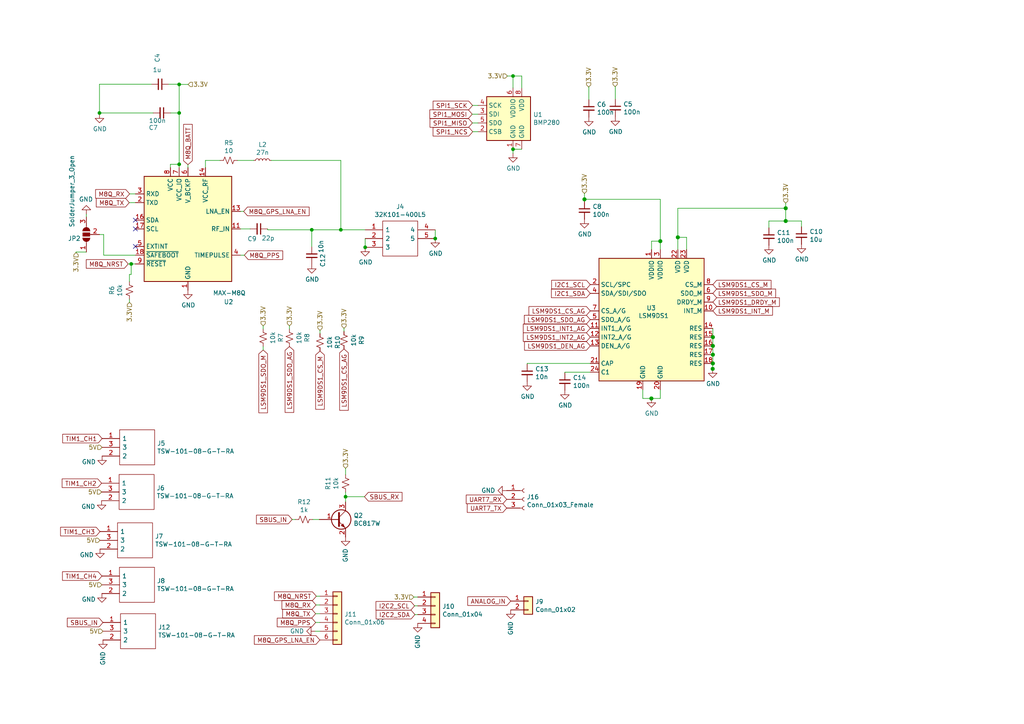
<source format=kicad_sch>
(kicad_sch (version 20210126) (generator eeschema)
  (paper "A4")
  (lib_symbols
    (symbol "Connector:Conn_01x03_Female" (pin_names (offset 1.016) hide)
      (property "Reference" "J" (at 0 5.08 0))
      (property "Value" "Conn_01x03_Female" (at 0 -5.08 0))
      (symbol "Conn_01x03_Female_1_1"
        (arc (start 0 -2.032) (end 0 -3.048) (radius (at 0 -2.54) (length 0.508) (angles 90.1 -90.1)) (stroke (width 0.1524)))
        (arc (start 0 0.508) (end 0 -0.508) (radius (at 0 0) (length 0.508) (angles 90.1 -90.1)) (stroke (width 0.1524)))
        (arc (start 0 3.048) (end 0 2.032) (radius (at 0 2.54) (length 0.508) (angles 90.1 -90.1)) (stroke (width 0.1524)))
        (polyline (pts (xy -1.27 -2.54) (xy -0.508 -2.54)) (stroke (width 0.1524)))
        (polyline (pts (xy -1.27 0) (xy -0.508 0)) (stroke (width 0.1524)))
        (polyline (pts (xy -1.27 2.54) (xy -0.508 2.54)) (stroke (width 0.1524)))
        (pin passive line (at -5.08 2.54 0) (length 3.81) (name "Pin_1") (number "1"))
        (pin passive line (at -5.08 0 0) (length 3.81) (name "Pin_2") (number "2"))
        (pin passive line (at -5.08 -2.54 0) (length 3.81) (name "Pin_3") (number "3"))
      )
    )
    (symbol "Connector_Generic:Conn_01x02" (pin_names (offset 1.016) hide)
      (property "Reference" "J" (at 0 2.54 0))
      (property "Value" "Conn_01x02" (at 0 -5.08 0))
      (symbol "Conn_01x02_1_1"
        (rectangle (start -1.27 -2.413) (end 0 -2.667) (stroke (width 0.1524)))
        (rectangle (start -1.27 0.127) (end 0 -0.127) (stroke (width 0.1524)))
        (rectangle (start -1.27 1.27) (end 1.27 -3.81) (stroke (width 0.254)) (fill (type background)))
        (pin passive line (at -5.08 0 0) (length 3.81) (name "Pin_1") (number "1"))
        (pin passive line (at -5.08 -2.54 0) (length 3.81) (name "Pin_2") (number "2"))
      )
    )
    (symbol "Connector_Generic:Conn_01x04" (pin_names (offset 1.016) hide)
      (property "Reference" "J" (at 0 5.08 0))
      (property "Value" "Conn_01x04" (at 0 -7.62 0))
      (symbol "Conn_01x04_1_1"
        (rectangle (start -1.27 -4.953) (end 0 -5.207) (stroke (width 0.1524)))
        (rectangle (start -1.27 -2.413) (end 0 -2.667) (stroke (width 0.1524)))
        (rectangle (start -1.27 0.127) (end 0 -0.127) (stroke (width 0.1524)))
        (rectangle (start -1.27 2.667) (end 0 2.413) (stroke (width 0.1524)))
        (rectangle (start -1.27 3.81) (end 1.27 -6.35) (stroke (width 0.254)) (fill (type background)))
        (pin passive line (at -5.08 2.54 0) (length 3.81) (name "Pin_1") (number "1"))
        (pin passive line (at -5.08 0 0) (length 3.81) (name "Pin_2") (number "2"))
        (pin passive line (at -5.08 -2.54 0) (length 3.81) (name "Pin_3") (number "3"))
        (pin passive line (at -5.08 -5.08 0) (length 3.81) (name "Pin_4") (number "4"))
      )
    )
    (symbol "Connector_Generic:Conn_01x06" (pin_names (offset 1.016) hide)
      (property "Reference" "J" (at 0 7.62 0))
      (property "Value" "Conn_01x06" (at 0 -10.16 0))
      (symbol "Conn_01x06_1_1"
        (rectangle (start -1.27 -7.493) (end 0 -7.747) (stroke (width 0.1524)))
        (rectangle (start -1.27 -4.953) (end 0 -5.207) (stroke (width 0.1524)))
        (rectangle (start -1.27 -2.413) (end 0 -2.667) (stroke (width 0.1524)))
        (rectangle (start -1.27 0.127) (end 0 -0.127) (stroke (width 0.1524)))
        (rectangle (start -1.27 2.667) (end 0 2.413) (stroke (width 0.1524)))
        (rectangle (start -1.27 5.207) (end 0 4.953) (stroke (width 0.1524)))
        (rectangle (start -1.27 6.35) (end 1.27 -8.89) (stroke (width 0.254)) (fill (type background)))
        (pin passive line (at -5.08 5.08 0) (length 3.81) (name "Pin_1") (number "1"))
        (pin passive line (at -5.08 2.54 0) (length 3.81) (name "Pin_2") (number "2"))
        (pin passive line (at -5.08 0 0) (length 3.81) (name "Pin_3") (number "3"))
        (pin passive line (at -5.08 -2.54 0) (length 3.81) (name "Pin_4") (number "4"))
        (pin passive line (at -5.08 -5.08 0) (length 3.81) (name "Pin_5") (number "5"))
        (pin passive line (at -5.08 -7.62 0) (length 3.81) (name "Pin_6") (number "6"))
      )
    )
    (symbol "Device:C_Small" (pin_numbers hide) (pin_names (offset 0.254) hide)
      (property "Reference" "C" (at 0.254 1.778 0))
      (property "Value" "C_Small" (at 0.254 -2.032 0))
      (symbol "C_Small_0_1"
        (polyline (pts (xy -1.524 -0.508) (xy 1.524 -0.508)) (stroke (width 0.3302)))
        (polyline (pts (xy -1.524 0.508) (xy 1.524 0.508)) (stroke (width 0.3048)))
      )
      (symbol "C_Small_1_1"
        (pin passive line (at 0 2.54 270) (length 2.032) (name "~") (number "1"))
        (pin passive line (at 0 -2.54 90) (length 2.032) (name "~") (number "2"))
      )
    )
    (symbol "Device:L_Small" (pin_numbers hide) (pin_names (offset 0.254) hide)
      (property "Reference" "L" (at 0.762 1.016 0))
      (property "Value" "L_Small" (at 0.762 -1.016 0))
      (symbol "L_Small_0_1"
        (arc (start 0 -2.032) (end 0 -1.016) (radius (at 0 -1.524) (length 0.508) (angles -89.9 89.9)))
        (arc (start 0 -1.016) (end 0 0) (radius (at 0 -0.508) (length 0.508) (angles -89.9 89.9)))
        (arc (start 0 0) (end 0 1.016) (radius (at 0 0.508) (length 0.508) (angles -89.9 89.9)))
        (arc (start 0 1.016) (end 0 2.032) (radius (at 0 1.524) (length 0.508) (angles -89.9 89.9)))
      )
      (symbol "L_Small_1_1"
        (pin passive line (at 0 2.54 270) (length 0.508) (name "~") (number "1"))
        (pin passive line (at 0 -2.54 90) (length 0.508) (name "~") (number "2"))
      )
    )
    (symbol "Device:R_Small_US" (pin_numbers hide) (pin_names (offset 0.254) hide)
      (property "Reference" "R" (at 0.762 0.508 0))
      (property "Value" "R_Small_US" (at 0.762 -1.016 0))
      (symbol "R_Small_US_1_1"
        (polyline (pts (xy 0 0) (xy 1.016 -0.381) (xy 0 -0.762) (xy -1.016 -1.143) (xy 0 -1.524)))
        (polyline (pts (xy 0 1.524) (xy 1.016 1.143) (xy 0 0.762) (xy -1.016 0.381) (xy 0 0)))
        (pin passive line (at 0 2.54 270) (length 1.016) (name "~") (number "1"))
        (pin passive line (at 0 -2.54 90) (length 1.016) (name "~") (number "2"))
      )
    )
    (symbol "Jumper:SolderJumper_3_Open" (pin_names (offset 0) hide)
      (property "Reference" "JP" (at -2.54 -2.54 0))
      (property "Value" "SolderJumper_3_Open" (at 0 2.794 0))
      (symbol "SolderJumper_3_Open_0_1"
        (arc (start -1.016 1.016) (end -1.016 -1.016) (radius (at -1.016 0) (length 1.016) (angles 90.1 -90.1)))
        (arc (start 1.016 -1.016) (end 1.016 1.016) (radius (at 1.016 0) (length 1.016) (angles -89.9 89.9)))
        (arc (start -1.016 1.016) (end -1.016 -1.016) (radius (at -1.016 0) (length 1.016) (angles 90.1 -90.1)) (fill (type outline)))
        (arc (start 1.016 -1.016) (end 1.016 1.016) (radius (at 1.016 0) (length 1.016) (angles -89.9 89.9)) (fill (type outline)))
        (rectangle (start -0.508 1.016) (end 0.508 -1.016) (fill (type outline)))
        (polyline (pts (xy -2.54 0) (xy -2.032 0)))
        (polyline (pts (xy -1.016 1.016) (xy -1.016 -1.016)))
        (polyline (pts (xy 0 -1.27) (xy 0 -1.016)))
        (polyline (pts (xy 1.016 1.016) (xy 1.016 -1.016)))
        (polyline (pts (xy 2.54 0) (xy 2.032 0)))
      )
      (symbol "SolderJumper_3_Open_1_1"
        (pin passive line (at -5.08 0 0) (length 2.54) (name "A") (number "1"))
        (pin input line (at 0 -3.81 90) (length 2.54) (name "C") (number "2"))
        (pin passive line (at 5.08 0 180) (length 2.54) (name "B") (number "3"))
      )
    )
    (symbol "RF_GPS:MAX-M8Q"
      (property "Reference" "U" (at -10.16 16.51 0))
      (property "Value" "MAX-M8Q" (at 11.43 16.51 0))
      (symbol "MAX-M8Q_0_1"
        (rectangle (start 12.7 15.24) (end -12.7 -15.24) (stroke (width 0.254)) (fill (type background)))
      )
      (symbol "MAX-M8Q_1_1"
        (pin power_in line (at 0 -17.78 90) (length 2.54) (name "GND") (number "1"))
        (pin passive line (at 0 -17.78 90) (length 2.54) hide (name "GND") (number "10"))
        (pin input line (at 15.24 0 180) (length 2.54) (name "RF_IN") (number "11"))
        (pin passive line (at 0 -17.78 90) (length 2.54) hide (name "GND") (number "12"))
        (pin output line (at 15.24 5.08 180) (length 2.54) (name "LNA_EN") (number "13"))
        (pin power_out line (at 5.08 17.78 270) (length 2.54) (name "VCC_RF") (number "14"))
        (pin no_connect line (at 12.7 -5.08 180) (length 2.54) hide (name "Reserved") (number "15"))
        (pin bidirectional line (at -15.24 2.54 0) (length 2.54) (name "SDA") (number "16"))
        (pin input line (at -15.24 0 0) (length 2.54) (name "SCL") (number "17"))
        (pin input line (at -15.24 -7.62 0) (length 2.54) (name "~SAFEBOOT") (number "18"))
        (pin output line (at -15.24 7.62 0) (length 2.54) (name "TXD") (number "2"))
        (pin input line (at -15.24 10.16 0) (length 2.54) (name "RXD") (number "3"))
        (pin output line (at 15.24 -7.62 180) (length 2.54) (name "TIMEPULSE") (number "4"))
        (pin input line (at -15.24 -5.08 0) (length 2.54) (name "EXTINT") (number "5"))
        (pin power_in line (at 0 17.78 270) (length 2.54) (name "V_BCKP") (number "6"))
        (pin power_in line (at -2.54 17.78 270) (length 2.54) (name "VCC_IO") (number "7"))
        (pin power_in line (at -5.08 17.78 270) (length 2.54) (name "VCC") (number "8"))
        (pin input line (at -15.24 -10.16 0) (length 2.54) (name "~RESET") (number "9"))
      )
    )
    (symbol "SamacSys_Parts:32K101-400L5" (pin_names (offset 0.762))
      (property "Reference" "J" (at 16.51 7.62 0))
      (property "Value" "32K101-400L5" (at 16.51 5.08 0))
      (symbol "32K101-400L5_0_0"
        (pin passive line (at 0 0 0) (length 5.08) (name "1") (number "1"))
        (pin passive line (at 0 -2.54 0) (length 5.08) (name "2") (number "2"))
        (pin passive line (at 0 -5.08 0) (length 5.08) (name "3") (number "3"))
        (pin passive line (at 20.32 0 180) (length 5.08) (name "4") (number "4"))
        (pin passive line (at 20.32 -2.54 180) (length 5.08) (name "5") (number "5"))
      )
      (symbol "32K101-400L5_0_1"
        (polyline (pts (xy 5.08 2.54) (xy 15.24 2.54) (xy 15.24 -7.62) (xy 5.08 -7.62) (xy 5.08 2.54)) (stroke (width 0.1524)))
      )
    )
    (symbol "SamacSys_Parts:HTSW-101-08-G-T-RA" (pin_names (offset 0.762))
      (property "Reference" "J" (at 16.51 7.62 0))
      (property "Value" "HTSW-101-08-G-T-RA" (at 16.51 5.08 0))
      (symbol "HTSW-101-08-G-T-RA_0_0"
        (pin passive line (at 0 0 0) (length 5.08) (name "1") (number "1"))
        (pin passive line (at 0 -5.08 0) (length 5.08) (name "2") (number "2"))
        (pin passive line (at 0 -2.54 0) (length 5.08) (name "3") (number "3"))
      )
      (symbol "HTSW-101-08-G-T-RA_0_1"
        (polyline (pts (xy 5.08 2.54) (xy 15.24 2.54) (xy 15.24 -7.62) (xy 5.08 -7.62) (xy 5.08 2.54)) (stroke (width 0.1524)))
      )
    )
    (symbol "SamacSys_Parts:HTSW-101-08-G-T-RA_1" (pin_names (offset 0.762))
      (property "Reference" "J" (at 16.51 7.62 0))
      (property "Value" "HTSW-101-08-G-T-RA" (at 16.51 5.08 0))
      (symbol "HTSW-101-08-G-T-RA_1_0_0"
        (pin passive line (at 0 0 0) (length 5.08) (name "1") (number "1"))
        (pin passive line (at 0 -5.08 0) (length 5.08) (name "2") (number "2"))
        (pin passive line (at 0 -2.54 0) (length 5.08) (name "3") (number "3"))
      )
      (symbol "HTSW-101-08-G-T-RA_1_0_1"
        (polyline (pts (xy 5.08 2.54) (xy 15.24 2.54) (xy 15.24 -7.62) (xy 5.08 -7.62) (xy 5.08 2.54)) (stroke (width 0.1524)))
      )
    )
    (symbol "SamacSys_Parts:HTSW-101-08-G-T-RA_2" (pin_names (offset 0.762))
      (property "Reference" "J" (at 16.51 7.62 0))
      (property "Value" "HTSW-101-08-G-T-RA" (at 16.51 5.08 0))
      (symbol "HTSW-101-08-G-T-RA_2_0_0"
        (pin passive line (at 0 0 0) (length 5.08) (name "1") (number "1"))
        (pin passive line (at 0 -5.08 0) (length 5.08) (name "2") (number "2"))
        (pin passive line (at 0 -2.54 0) (length 5.08) (name "3") (number "3"))
      )
      (symbol "HTSW-101-08-G-T-RA_2_0_1"
        (polyline (pts (xy 5.08 2.54) (xy 15.24 2.54) (xy 15.24 -7.62) (xy 5.08 -7.62) (xy 5.08 2.54)) (stroke (width 0.1524)))
      )
    )
    (symbol "SamacSys_Parts:HTSW-101-08-G-T-RA_3" (pin_names (offset 0.762))
      (property "Reference" "J" (at 16.51 7.62 0))
      (property "Value" "HTSW-101-08-G-T-RA" (at 16.51 5.08 0))
      (symbol "HTSW-101-08-G-T-RA_3_0_0"
        (pin passive line (at 0 0 0) (length 5.08) (name "1") (number "1"))
        (pin passive line (at 0 -5.08 0) (length 5.08) (name "2") (number "2"))
        (pin passive line (at 0 -2.54 0) (length 5.08) (name "3") (number "3"))
      )
      (symbol "HTSW-101-08-G-T-RA_3_0_1"
        (polyline (pts (xy 5.08 2.54) (xy 15.24 2.54) (xy 15.24 -7.62) (xy 5.08 -7.62) (xy 5.08 2.54)) (stroke (width 0.1524)))
      )
    )
    (symbol "SamacSys_Parts:HTSW-101-08-G-T-RA_4" (pin_names (offset 0.762))
      (property "Reference" "J" (at 16.51 7.62 0))
      (property "Value" "HTSW-101-08-G-T-RA" (at 16.51 5.08 0))
      (symbol "HTSW-101-08-G-T-RA_4_0_0"
        (pin passive line (at 0 0 0) (length 5.08) (name "1") (number "1"))
        (pin passive line (at 0 -5.08 0) (length 5.08) (name "2") (number "2"))
        (pin passive line (at 0 -2.54 0) (length 5.08) (name "3") (number "3"))
      )
      (symbol "HTSW-101-08-G-T-RA_4_0_1"
        (polyline (pts (xy 5.08 2.54) (xy 15.24 2.54) (xy 15.24 -7.62) (xy 5.08 -7.62) (xy 5.08 2.54)) (stroke (width 0.1524)))
      )
    )
    (symbol "Sensor_Motion:LSM9DS1"
      (property "Reference" "U" (at -15.24 21.59 0))
      (property "Value" "LSM9DS1" (at -15.24 19.05 0))
      (symbol "LSM9DS1_0_1"
        (rectangle (start -15.24 17.78) (end 15.24 -17.78) (stroke (width 0.254)) (fill (type background)))
      )
      (symbol "LSM9DS1_1_1"
        (pin power_in line (at 0 20.32 270) (length 2.54) (name "VDDIO") (number "1"))
        (pin output line (at 17.78 2.54 180) (length 2.54) (name "INT_M") (number "10"))
        (pin output line (at -17.78 -2.54 0) (length 2.54) (name "INT1_A/G") (number "11"))
        (pin output line (at -17.78 -5.08 0) (length 2.54) (name "INT2_A/G") (number "12"))
        (pin input line (at -17.78 -7.62 0) (length 2.54) (name "DEN_A/G") (number "13"))
        (pin bidirectional line (at 17.78 -2.54 180) (length 2.54) (name "RES") (number "14"))
        (pin bidirectional line (at 17.78 -5.08 180) (length 2.54) (name "RES") (number "15"))
        (pin bidirectional line (at 17.78 -7.62 180) (length 2.54) (name "RES") (number "16"))
        (pin bidirectional line (at 17.78 -10.16 180) (length 2.54) (name "RES") (number "17"))
        (pin bidirectional line (at 17.78 -12.7 180) (length 2.54) (name "RES") (number "18"))
        (pin power_in line (at -2.54 -20.32 90) (length 2.54) (name "GND") (number "19"))
        (pin input line (at -17.78 10.16 0) (length 2.54) (name "SCL/SPC") (number "2"))
        (pin power_in line (at 2.54 -20.32 90) (length 2.54) (name "GND") (number "20"))
        (pin passive line (at -17.78 -12.7 0) (length 2.54) (name "CAP") (number "21"))
        (pin power_in line (at 7.62 20.32 270) (length 2.54) (name "VDD") (number "22"))
        (pin power_in line (at 10.16 20.32 270) (length 2.54) (name "VDD") (number "23"))
        (pin passive line (at -17.78 -15.24 0) (length 2.54) (name "C1") (number "24"))
        (pin power_in line (at 2.54 20.32 270) (length 2.54) (name "VDDIO") (number "3"))
        (pin bidirectional line (at -17.78 7.62 0) (length 2.54) (name "SDA/SDI/SDO") (number "4"))
        (pin output line (at -17.78 0 0) (length 2.54) (name "SDO_A/G") (number "5"))
        (pin output line (at 17.78 7.62 180) (length 2.54) (name "SDO_M") (number "6"))
        (pin input line (at -17.78 2.54 0) (length 2.54) (name "CS_A/G") (number "7"))
        (pin input line (at 17.78 10.16 180) (length 2.54) (name "CS_M") (number "8"))
        (pin output line (at 17.78 5.08 180) (length 2.54) (name "DRDY_M") (number "9"))
      )
    )
    (symbol "Sensor_Pressure:BMP280"
      (property "Reference" "U" (at -7.62 10.16 0))
      (property "Value" "BMP280" (at 5.08 10.16 0))
      (symbol "BMP280_0_1"
        (rectangle (start -7.62 -5.08) (end 5.08 7.62) (stroke (width 0.254)) (fill (type background)))
      )
      (symbol "BMP280_1_1"
        (pin power_in line (at 0 -7.62 90) (length 2.54) (name "GND") (number "1"))
        (pin input line (at -10.16 -2.54 0) (length 2.54) (name "CSB") (number "2"))
        (pin bidirectional line (at -10.16 2.54 0) (length 2.54) (name "SDI") (number "3"))
        (pin input line (at -10.16 5.08 0) (length 2.54) (name "SCK") (number "4"))
        (pin bidirectional line (at -10.16 0 0) (length 2.54) (name "SDO") (number "5"))
        (pin power_in line (at 0 10.16 270) (length 2.54) (name "VDDIO") (number "6"))
        (pin power_in line (at 2.54 -7.62 90) (length 2.54) (name "GND") (number "7"))
        (pin power_in line (at 2.54 10.16 270) (length 2.54) (name "VDD") (number "8"))
      )
    )
    (symbol "Transistor_BJT:BC817W" (pin_names (offset 0) hide)
      (property "Reference" "Q" (at 5.08 1.905 0))
      (property "Value" "BC817W" (at 5.08 0 0))
      (symbol "BC817W_0_1"
        (circle (center 1.27 0) (radius 2.8194) (stroke (width 0.254)))
        (polyline (pts (xy 0.635 0.635) (xy 2.54 2.54)))
        (polyline (pts (xy 0.635 -0.635) (xy 2.54 -2.54) (xy 2.54 -2.54)))
        (polyline (pts (xy 0.635 1.905) (xy 0.635 -1.905) (xy 0.635 -1.905)) (stroke (width 0.508)))
        (polyline (pts (xy 1.27 -1.778) (xy 1.778 -1.27) (xy 2.286 -2.286) (xy 1.27 -1.778) (xy 1.27 -1.778)) (fill (type outline)))
      )
      (symbol "BC817W_1_1"
        (pin input line (at -5.08 0 0) (length 5.715) (name "B") (number "1"))
        (pin passive line (at 2.54 -5.08 90) (length 2.54) (name "E") (number "2"))
        (pin passive line (at 2.54 5.08 270) (length 2.54) (name "C") (number "3"))
      )
    )
    (symbol "power:GND" (power) (pin_names (offset 0))
      (property "Value" "GND" (at 0 -3.81 0))
      (symbol "GND_0_1"
        (polyline (pts (xy 0 0) (xy 0 -1.27) (xy 1.27 -1.27) (xy 0 -2.54) (xy -1.27 -1.27) (xy 0 -1.27)))
      )
      (symbol "GND_1_1"
        (pin power_in line (at 0 0 270) (length 0) hide (name "GND") (number "1"))
      )
    )
  )
  (junction (at 28.8544 32.766) (diameter 0.9144))
  (junction (at 38.0492 76.5556) (diameter 0.9144))
  (junction (at 51.9684 24.4856) (diameter 0.9144))
  (junction (at 51.9684 32.766) (diameter 0.9144))
  (junction (at 51.9684 47.6504) (diameter 0.9144))
  (junction (at 90.424 66.6496) (diameter 0.9144))
  (junction (at 98.8568 66.6496) (diameter 0.9144))
  (junction (at 100.2284 144.0688) (diameter 0.9144))
  (junction (at 105.918 71.7296) (diameter 0.9144))
  (junction (at 126.238 69.1896) (diameter 0.9144))
  (junction (at 148.7932 22.0472) (diameter 0.9144))
  (junction (at 148.7932 43.2816) (diameter 0.9144))
  (junction (at 169.5196 57.8104) (diameter 1.016))
  (junction (at 188.9252 115.57) (diameter 1.016))
  (junction (at 191.516 69.9516) (diameter 1.016))
  (junction (at 196.596 68.834) (diameter 1.016))
  (junction (at 206.7052 106.9848) (diameter 1.016))
  (junction (at 206.756 97.79) (diameter 1.016))
  (junction (at 206.756 100.33) (diameter 1.016))
  (junction (at 206.756 102.87) (diameter 1.016))
  (junction (at 206.756 105.41) (diameter 1.016))
  (junction (at 227.8888 60.4012) (diameter 1.016))
  (junction (at 227.8888 64.1096) (diameter 1.016))
  (no_connect (at 39.2684 63.8556))
  (no_connect (at 39.2684 66.3956))
  (no_connect (at 39.2684 71.4756))
  (wire (pts (xy 22.0472 73.1012) (xy 22.0472 73.2536)))
  (wire (pts (xy 25.0444 62.1284) (xy 25.0444 62.9412)))
  (wire (pts (xy 25.0444 73.1012) (xy 22.0472 73.1012)))
  (wire (pts (xy 28.8544 24.4348) (xy 28.8544 32.766)))
  (wire (pts (xy 28.8544 32.766) (xy 28.8544 33.0708)))
  (wire (pts (xy 30.0736 68.0212) (xy 28.8544 68.0212)))
  (wire (pts (xy 30.0736 74.0156) (xy 30.0736 68.0212)))
  (wire (pts (xy 37.1856 76.5556) (xy 38.0492 76.5556)))
  (wire (pts (xy 37.4904 58.7756) (xy 39.2684 58.7756)))
  (wire (pts (xy 37.5412 79.6036) (xy 38.0492 79.6036)))
  (wire (pts (xy 37.5412 81.6864) (xy 37.5412 79.6036)))
  (wire (pts (xy 37.5412 86.7664) (xy 37.5412 87.6808)))
  (wire (pts (xy 37.592 56.2356) (xy 39.2684 56.2356)))
  (wire (pts (xy 38.0492 76.5556) (xy 39.2684 76.5556)))
  (wire (pts (xy 38.0492 79.6036) (xy 38.0492 76.5556)))
  (wire (pts (xy 39.2684 74.0156) (xy 30.0736 74.0156)))
  (wire (pts (xy 43.8912 24.4348) (xy 28.8544 24.4348)))
  (wire (pts (xy 44.3992 32.766) (xy 28.8544 32.766)))
  (wire (pts (xy 48.9712 24.4348) (xy 51.9684 24.4348)))
  (wire (pts (xy 49.4284 47.6504) (xy 51.9684 47.6504)))
  (wire (pts (xy 49.4284 48.6156) (xy 49.4284 47.6504)))
  (wire (pts (xy 49.4792 32.766) (xy 51.9684 32.766)))
  (wire (pts (xy 51.9684 24.4348) (xy 51.9684 24.4856)))
  (wire (pts (xy 51.9684 24.4856) (xy 51.9684 32.766)))
  (wire (pts (xy 51.9684 32.766) (xy 51.9684 47.6504)))
  (wire (pts (xy 51.9684 47.6504) (xy 51.9684 48.6156)))
  (wire (pts (xy 54.5084 47.752) (xy 54.5084 48.6156)))
  (wire (pts (xy 54.5592 24.4856) (xy 51.9684 24.4856)))
  (wire (pts (xy 59.5884 46.5328) (xy 59.5884 48.6156)))
  (wire (pts (xy 63.8048 46.5328) (xy 59.5884 46.5328)))
  (wire (pts (xy 68.8848 46.5328) (xy 73.6092 46.5328)))
  (wire (pts (xy 69.7484 61.3156) (xy 70.6628 61.3156)))
  (wire (pts (xy 69.7484 66.3956) (xy 72.5424 66.3956)))
  (wire (pts (xy 69.7484 74.0156) (xy 70.866 74.0156)))
  (wire (pts (xy 76.327 94.5134) (xy 76.327 95.4278)))
  (wire (pts (xy 76.327 100.5078) (xy 76.327 101.5238)))
  (wire (pts (xy 77.6224 66.6496) (xy 77.6224 66.3956)))
  (wire (pts (xy 78.6892 46.5328) (xy 98.8568 46.5328)))
  (wire (pts (xy 83.947 94.5134) (xy 83.947 95.4278)))
  (wire (pts (xy 84.7344 150.6728) (xy 85.6488 150.6728)))
  (wire (pts (xy 90.424 66.6496) (xy 77.6224 66.6496)))
  (wire (pts (xy 90.424 66.6496) (xy 90.424 71.628)))
  (wire (pts (xy 90.7288 150.6728) (xy 92.6084 150.6728)))
  (wire (pts (xy 91.4908 183.0832) (xy 92.7608 183.0832)))
  (wire (pts (xy 91.5416 178.0032) (xy 92.7608 178.0032)))
  (wire (pts (xy 91.5416 180.5432) (xy 92.7608 180.5432)))
  (wire (pts (xy 91.6432 175.4632) (xy 92.7608 175.4632)))
  (wire (pts (xy 91.7448 172.9232) (xy 92.7608 172.9232)))
  (wire (pts (xy 92.8116 95.8342) (xy 92.8116 96.7486)))
  (wire (pts (xy 98.8568 46.5328) (xy 98.8568 66.6496)))
  (wire (pts (xy 98.8568 66.6496) (xy 90.424 66.6496)))
  (wire (pts (xy 99.7712 95.2246) (xy 99.7712 96.139)))
  (wire (pts (xy 100.2284 135.8392) (xy 100.2284 137.668)))
  (wire (pts (xy 100.2284 142.748) (xy 100.2284 144.0688)))
  (wire (pts (xy 100.2284 144.0688) (xy 100.2284 145.5928)))
  (wire (pts (xy 100.2284 144.0688) (xy 105.7148 144.0688)))
  (wire (pts (xy 105.918 66.6496) (xy 98.8568 66.6496)))
  (wire (pts (xy 105.918 69.1896) (xy 105.918 71.7296)))
  (wire (pts (xy 105.918 71.7296) (xy 105.918 71.7804)))
  (wire (pts (xy 105.918 71.7804) (xy 105.9688 71.7804)))
  (wire (pts (xy 120.0404 173.1772) (xy 121.158 173.1772)))
  (wire (pts (xy 120.2436 175.7172) (xy 121.158 175.7172)))
  (wire (pts (xy 120.3452 178.2572) (xy 121.158 178.2572)))
  (wire (pts (xy 126.238 66.6496) (xy 126.238 69.1896)))
  (wire (pts (xy 136.9568 33.1216) (xy 138.6332 33.1216)))
  (wire (pts (xy 137.0076 35.6616) (xy 138.6332 35.6616)))
  (wire (pts (xy 137.0584 30.5816) (xy 138.6332 30.5816)))
  (wire (pts (xy 137.1092 38.2016) (xy 138.6332 38.2016)))
  (wire (pts (xy 147.1676 22.0472) (xy 148.7932 22.0472)))
  (wire (pts (xy 148.7932 22.0472) (xy 148.7932 25.5016)))
  (wire (pts (xy 148.7932 22.0472) (xy 151.3332 22.0472)))
  (wire (pts (xy 148.7932 43.2816) (xy 148.7932 44.5008)))
  (wire (pts (xy 148.7932 43.2816) (xy 151.3332 43.2816)))
  (wire (pts (xy 151.3332 22.0472) (xy 151.3332 25.5016)))
  (wire (pts (xy 152.908 105.41) (xy 152.908 105.6132)))
  (wire (pts (xy 163.83 107.95) (xy 163.83 108.1532)))
  (wire (pts (xy 169.5196 56.134) (xy 169.5196 57.8104)))
  (wire (pts (xy 169.5196 57.8104) (xy 169.5196 58.5216)))
  (wire (pts (xy 170.7896 25.2476) (xy 170.7388 25.2476)))
  (wire (pts (xy 170.7896 28.9052) (xy 170.7896 25.2476)))
  (wire (pts (xy 171.196 105.41) (xy 152.908 105.41)))
  (wire (pts (xy 171.196 107.95) (xy 163.83 107.95)))
  (wire (pts (xy 178.4604 25.146) (xy 178.4096 25.146)))
  (wire (pts (xy 178.4604 28.8036) (xy 178.4604 25.146)))
  (wire (pts (xy 186.436 113.03) (xy 186.436 115.57)))
  (wire (pts (xy 186.436 115.57) (xy 188.9252 115.57)))
  (wire (pts (xy 188.976 69.9516) (xy 191.516 69.9516)))
  (wire (pts (xy 188.976 72.39) (xy 188.976 69.9516)))
  (wire (pts (xy 191.516 57.8104) (xy 169.5196 57.8104)))
  (wire (pts (xy 191.516 69.9516) (xy 191.516 57.8104)))
  (wire (pts (xy 191.516 72.39) (xy 191.516 69.9516)))
  (wire (pts (xy 191.516 113.03) (xy 191.516 115.57)))
  (wire (pts (xy 191.516 115.57) (xy 188.9252 115.57)))
  (wire (pts (xy 196.596 60.4012) (xy 227.8888 60.4012)))
  (wire (pts (xy 196.596 68.834) (xy 196.596 60.4012)))
  (wire (pts (xy 196.596 72.39) (xy 196.596 68.834)))
  (wire (pts (xy 199.136 68.834) (xy 196.596 68.834)))
  (wire (pts (xy 199.136 72.39) (xy 199.136 68.834)))
  (wire (pts (xy 206.7052 105.41) (xy 206.756 105.41)))
  (wire (pts (xy 206.7052 106.9848) (xy 206.7052 105.41)))
  (wire (pts (xy 206.7052 107.0356) (xy 206.7052 106.9848)))
  (wire (pts (xy 206.756 95.25) (xy 206.756 97.79)))
  (wire (pts (xy 206.756 97.79) (xy 206.756 100.33)))
  (wire (pts (xy 206.756 100.33) (xy 206.756 102.87)))
  (wire (pts (xy 206.756 102.87) (xy 206.756 105.41)))
  (wire (pts (xy 223.012 64.1096) (xy 227.8888 64.1096)))
  (wire (pts (xy 223.012 66.0908) (xy 223.012 64.1096)))
  (wire (pts (xy 227.8888 58.928) (xy 227.8888 60.4012)))
  (wire (pts (xy 227.8888 60.4012) (xy 227.8888 64.1096)))
  (wire (pts (xy 227.8888 64.1096) (xy 232.4608 64.1096)))
  (wire (pts (xy 232.4608 64.1096) (xy 232.4608 65.786)))
  (global_label "TIM1_CH3" (shape input) (at 29.0068 154.178 180) (property "Intersheet References" "${INTERSHEET_REFS}" (effects hide)))
  (global_label "TIM1_CH2" (shape input) (at 29.464 140.1572 180) (property "Intersheet References" "${INTERSHEET_REFS}" (effects hide)))
  (global_label "TIM1_CH4" (shape input) (at 29.5656 167.0812 180) (property "Intersheet References" "${INTERSHEET_REFS}" (effects hide)))
  (global_label "TIM1_CH1" (shape input) (at 29.6164 127.2032 180) (property "Intersheet References" "${INTERSHEET_REFS}" (effects hide)))
  (global_label "SBUS_IN" (shape input) (at 29.8704 180.5432 180) (property "Intersheet References" "${INTERSHEET_REFS}" (effects hide)))
  (global_label "M8Q_NRST" (shape input) (at 37.1856 76.5556 180) (property "Intersheet References" "${INTERSHEET_REFS}" (effects hide)))
  (global_label "M8Q_TX" (shape input) (at 37.4904 58.7756 180) (property "Intersheet References" "${INTERSHEET_REFS}" (effects hide)))
  (global_label "M8Q_RX" (shape input) (at 37.592 56.2356 180) (property "Intersheet References" "${INTERSHEET_REFS}" (effects hide)))
  (global_label "M8Q_BATT" (shape input) (at 54.5084 47.752 90) (property "Intersheet References" "${INTERSHEET_REFS}" (effects hide)))
  (global_label "M8Q_GPS_LNA_EN" (shape input) (at 70.6628 61.3156 0) (property "Intersheet References" "${INTERSHEET_REFS}" (effects hide)))
  (global_label "M8Q_PPS" (shape input) (at 70.866 74.0156 0) (property "Intersheet References" "${INTERSHEET_REFS}" (effects hide)))
  (global_label "LSM9DS1_SDO_M" (shape input) (at 76.327 101.5238 270) (property "Intersheet References" "${INTERSHEET_REFS}" (effects hide)))
  (global_label "LSM9DS1_SDO_AG" (shape input) (at 83.947 100.5078 270) (property "Intersheet References" "${INTERSHEET_REFS}" (effects hide)))
  (global_label "SBUS_IN" (shape input) (at 84.7344 150.6728 180) (property "Intersheet References" "${INTERSHEET_REFS}" (effects hide)))
  (global_label "M8Q_TX" (shape input) (at 91.5416 178.0032 180) (property "Intersheet References" "${INTERSHEET_REFS}" (effects hide)))
  (global_label "M8Q_PPS" (shape input) (at 91.5416 180.5432 180) (property "Intersheet References" "${INTERSHEET_REFS}" (effects hide)))
  (global_label "M8Q_RX" (shape input) (at 91.6432 175.4632 180) (property "Intersheet References" "${INTERSHEET_REFS}" (effects hide)))
  (global_label "M8Q_NRST" (shape input) (at 91.7448 172.9232 180) (property "Intersheet References" "${INTERSHEET_REFS}" (effects hide)))
  (global_label "M8Q_GPS_LNA_EN" (shape input) (at 92.7608 185.6232 180) (property "Intersheet References" "${INTERSHEET_REFS}" (effects hide)))
  (global_label "LSM9DS1_CS_M" (shape input) (at 92.8116 101.8286 270) (property "Intersheet References" "${INTERSHEET_REFS}" (effects hide)))
  (global_label "LSM9DS1_CS_AG" (shape input) (at 99.7712 101.219 270) (property "Intersheet References" "${INTERSHEET_REFS}" (effects hide)))
  (global_label "SBUS_RX" (shape input) (at 105.7148 144.0688 0) (property "Intersheet References" "${INTERSHEET_REFS}" (effects hide)))
  (global_label "I2C2_SCL" (shape input) (at 120.2436 175.7172 180) (property "Intersheet References" "${INTERSHEET_REFS}" (effects hide)))
  (global_label "I2C2_SDA" (shape input) (at 120.3452 178.2572 180) (property "Intersheet References" "${INTERSHEET_REFS}" (effects hide)))
  (global_label "SPI1_MOSI" (shape input) (at 136.9568 33.1216 180) (property "Intersheet References" "${INTERSHEET_REFS}" (effects hide)))
  (global_label "SPI1_MISO" (shape input) (at 137.0076 35.6616 180) (property "Intersheet References" "${INTERSHEET_REFS}" (effects hide)))
  (global_label "SPI1_SCK" (shape input) (at 137.0584 30.5816 180) (property "Intersheet References" "${INTERSHEET_REFS}" (effects hide)))
  (global_label "SPI1_NCS" (shape input) (at 137.1092 38.2016 180) (property "Intersheet References" "${INTERSHEET_REFS}" (effects hide)))
  (global_label "UART7_RX" (shape input) (at 146.9644 144.8308 180) (property "Intersheet References" "${INTERSHEET_REFS}" (effects hide)))
  (global_label "UART7_TX" (shape input) (at 146.9644 147.3708 180) (property "Intersheet References" "${INTERSHEET_REFS}" (effects hide)))
  (global_label "ANALOG_IN" (shape input) (at 148.1328 174.3456 180) (property "Intersheet References" "${INTERSHEET_REFS}" (effects hide)))
  (global_label "I2C1_SCL" (shape input) (at 171.196 82.55 180) (property "Intersheet References" "${INTERSHEET_REFS}" (effects hide)))
  (global_label "I2C1_SDA" (shape input) (at 171.196 85.09 180) (property "Intersheet References" "${INTERSHEET_REFS}" (effects hide)))
  (global_label "LSM9DS1_CS_AG" (shape input) (at 171.196 90.17 180) (property "Intersheet References" "${INTERSHEET_REFS}" (effects hide)))
  (global_label "LSM9DS1_SDO_AG" (shape input) (at 171.196 92.71 180) (property "Intersheet References" "${INTERSHEET_REFS}" (effects hide)))
  (global_label "LSM9DS1_INT1_AG" (shape input) (at 171.196 95.25 180) (property "Intersheet References" "${INTERSHEET_REFS}" (effects hide)))
  (global_label "LSM9DS1_INT2_AG" (shape input) (at 171.196 97.79 180) (property "Intersheet References" "${INTERSHEET_REFS}" (effects hide)))
  (global_label "LSM9DS1_DEN_AG" (shape input) (at 171.196 100.33 180) (property "Intersheet References" "${INTERSHEET_REFS}" (effects hide)))
  (global_label "LSM9DS1_CS_M" (shape input) (at 206.756 82.55 0) (property "Intersheet References" "${INTERSHEET_REFS}" (effects hide)))
  (global_label "LSM9DS1_SDO_M" (shape input) (at 206.756 85.09 0) (property "Intersheet References" "${INTERSHEET_REFS}" (effects hide)))
  (global_label "LSM9DS1_DRDY_M" (shape input) (at 206.756 87.63 0) (property "Intersheet References" "${INTERSHEET_REFS}" (effects hide)))
  (global_label "LSM9DS1_INT_M" (shape input) (at 206.756 90.17 0) (property "Intersheet References" "${INTERSHEET_REFS}" (effects hide)))
  (hierarchical_label "3.3V" (shape input) (at 22.0472 73.2536 270))
  (hierarchical_label "5V" (shape input) (at 29.0068 156.718 180))
  (hierarchical_label "5V" (shape input) (at 29.464 142.6972 180))
  (hierarchical_label "5V" (shape input) (at 29.5656 169.6212 180))
  (hierarchical_label "5V" (shape input) (at 29.6164 129.7432 180))
  (hierarchical_label "5V" (shape input) (at 29.8704 183.0832 180))
  (hierarchical_label "3.3V" (shape input) (at 37.5412 87.6808 270))
  (hierarchical_label "3.3V" (shape input) (at 54.5592 24.4856 0))
  (hierarchical_label "3.3V" (shape input) (at 76.327 94.5134 90))
  (hierarchical_label "3.3V" (shape input) (at 83.947 94.5134 90))
  (hierarchical_label "3.3V" (shape input) (at 92.8116 95.8342 90))
  (hierarchical_label "3.3V" (shape input) (at 99.7712 95.2246 90))
  (hierarchical_label "3.3V" (shape input) (at 100.2284 135.8392 90))
  (hierarchical_label "3.3V" (shape input) (at 120.0404 173.1772 180))
  (hierarchical_label "3.3V" (shape input) (at 147.1676 22.0472 180))
  (hierarchical_label "3.3V" (shape input) (at 169.5196 56.134 90))
  (hierarchical_label "3.3V" (shape input) (at 170.7388 25.2476 90))
  (hierarchical_label "3.3V" (shape input) (at 178.4096 25.146 90))
  (hierarchical_label "3.3V" (shape input) (at 227.8888 58.928 90))
  (symbol (lib_id "Device:L_Small") (at 76.1492 46.5328 90) (unit 1)
    (property "Reference" "L2" (at 76.1492 41.9416 90))
    (property "Value" "27n" (at 76.1494 44.2402 90))
    (property "Footprint" "Inductor_SMD:L_0402_1005Metric_Pad0.77x0.64mm_HandSolder" (effects hide))
    (property "Manufacturer_Part_Number" "LQG15HS27NJ02D" (effects hide))
    (property "Digi-Key_PN" "490-2628-2-ND" (effects hide))
    (property "Digikey Link" "https://www.digikey.co.uk/en/products/detail/murata-electronics/LQG15HS27NJ02D/662877?s=N4IgTCBcDaIDIEUDiBGArACQMpgOwDkApABjABEQBdAXyA" (effects hide))
  )
  (symbol (lib_id "power:GND") (at 25.0444 62.1284 180) (unit 1)
    (property "Reference" "#PWR026" (effects hide))
    (property "Value" "GND" (at 24.9301 57.804 0))
  )
  (symbol (lib_id "power:GND") (at 28.8544 33.0708 0) (unit 1)
    (property "Reference" "#PWR022" (effects hide))
    (property "Value" "GND" (at 28.9687 37.3952 0))
  )
  (symbol (lib_id "power:GND") (at 29.0068 159.258 0) (unit 1)
    (property "Reference" "#PWR041" (effects hide))
    (property "Value" "GND" (at 25.1587 160.9408 0))
  )
  (symbol (lib_id "power:GND") (at 29.464 145.2372 0) (unit 1)
    (property "Reference" "#PWR039" (effects hide))
    (property "Value" "GND" (at 25.6159 146.92 0))
  )
  (symbol (lib_id "power:GND") (at 29.5656 172.1612 0) (unit 1)
    (property "Reference" "#PWR042" (effects hide))
    (property "Value" "GND" (at 25.7175 173.844 0))
  )
  (symbol (lib_id "power:GND") (at 29.6164 132.2832 0) (unit 1)
    (property "Reference" "#PWR038" (effects hide))
    (property "Value" "GND" (at 25.7683 133.966 0))
  )
  (symbol (lib_id "power:GND") (at 29.8704 185.6232 0) (unit 1)
    (property "Reference" "#PWR045" (effects hide))
    (property "Value" "GND" (at 29.8323 190.9636 90))
  )
  (symbol (lib_id "power:GND") (at 54.5084 84.1756 0) (unit 1)
    (property "Reference" "#PWR033" (effects hide))
    (property "Value" "GND" (at 54.6227 88.5 0))
  )
  (symbol (lib_id "power:GND") (at 90.424 76.708 0) (unit 1)
    (property "Reference" "#PWR032" (effects hide))
    (property "Value" "GND" (at 90.5383 81.0324 0))
  )
  (symbol (lib_id "power:GND") (at 91.4908 183.0832 270) (unit 1)
    (property "Reference" "#PWR046" (effects hide))
    (property "Value" "GND" (at 86.1504 183.0451 90))
  )
  (symbol (lib_id "power:GND") (at 100.2284 155.7528 0) (unit 1)
    (property "Reference" "#PWR040" (effects hide))
    (property "Value" "GND" (at 100.1903 161.0932 90))
  )
  (symbol (lib_id "power:GND") (at 105.918 71.7296 0) (unit 1)
    (property "Reference" "#PWR031" (effects hide))
    (property "Value" "GND" (at 106.0323 76.054 0))
  )
  (symbol (lib_id "power:GND") (at 121.158 180.7972 0) (unit 1)
    (property "Reference" "#PWR044" (effects hide))
    (property "Value" "GND" (at 121.1199 186.1376 90))
  )
  (symbol (lib_id "power:GND") (at 126.238 69.1896 0) (unit 1)
    (property "Reference" "#PWR028" (effects hide))
    (property "Value" "GND" (at 126.3523 73.514 0))
  )
  (symbol (lib_id "power:GND") (at 146.9644 142.2908 270) (unit 1)
    (property "Reference" "#PWR094" (effects hide))
    (property "Value" "GND" (at 141.624 142.2527 90))
  )
  (symbol (lib_id "power:GND") (at 148.1328 176.8856 0) (unit 1)
    (property "Reference" "#PWR043" (effects hide))
    (property "Value" "GND" (at 148.0947 182.226 90))
  )
  (symbol (lib_id "power:GND") (at 148.7932 44.5008 0) (unit 1)
    (property "Reference" "#PWR025" (effects hide))
    (property "Value" "GND" (at 148.9075 48.8252 0))
  )
  (symbol (lib_id "power:GND") (at 152.908 110.6932 0) (unit 1)
    (property "Reference" "#PWR035" (effects hide))
    (property "Value" "GND" (at 153.0223 115.0176 0))
  )
  (symbol (lib_id "power:GND") (at 163.83 113.2332 0) (unit 1)
    (property "Reference" "#PWR036" (effects hide))
    (property "Value" "GND" (at 163.9443 117.5576 0))
  )
  (symbol (lib_id "power:GND") (at 169.5196 63.6016 0) (unit 1)
    (property "Reference" "#PWR027" (effects hide))
    (property "Value" "GND" (at 169.6339 67.926 0))
  )
  (symbol (lib_id "power:GND") (at 170.7896 33.9852 0) (unit 1)
    (property "Reference" "#PWR024" (effects hide))
    (property "Value" "GND" (at 170.9039 38.3096 0))
  )
  (symbol (lib_id "power:GND") (at 178.4604 33.8836 0) (unit 1)
    (property "Reference" "#PWR023" (effects hide))
    (property "Value" "GND" (at 178.5747 38.208 0))
  )
  (symbol (lib_id "power:GND") (at 188.9252 115.57 0) (unit 1)
    (property "Reference" "#PWR037" (effects hide))
    (property "Value" "GND" (at 189.0395 119.8944 0))
  )
  (symbol (lib_id "power:GND") (at 206.7052 106.9848 0) (unit 1)
    (property "Reference" "#PWR034" (effects hide))
    (property "Value" "GND" (at 206.8195 111.3092 0))
  )
  (symbol (lib_id "power:GND") (at 223.012 71.1708 0) (unit 1)
    (property "Reference" "#PWR030" (effects hide))
    (property "Value" "GND" (at 223.1263 75.4952 0))
  )
  (symbol (lib_id "power:GND") (at 232.4608 70.866 0) (unit 1)
    (property "Reference" "#PWR029" (effects hide))
    (property "Value" "GND" (at 232.5751 75.1904 0))
  )
  (symbol (lib_id "Device:R_Small_US") (at 37.5412 84.2264 180) (unit 1)
    (property "Reference" "R6" (at 32.442 84.2264 90))
    (property "Value" "10k" (at 34.7408 84.2266 90))
    (property "Footprint" "Resistor_SMD:R_0402_1005Metric" (effects hide))
    (property "Digi-Key_PN" "	RG10P10.0KDTR-ND" (effects hide))
    (property "LCSC Part #" " C25744" (effects hide))
    (property "Seeed SKU" "	301010004" (effects hide))
  )
  (symbol (lib_id "Device:R_Small_US") (at 66.3448 46.5328 90) (unit 1)
    (property "Reference" "R5" (at 66.3448 41.4336 90))
    (property "Value" "10" (at 66.345 43.732 90))
    (property "Footprint" "Resistor_SMD:R_0402_1005Metric" (effects hide))
    (property "Seeed SKU" "301010075	" (effects hide))
  )
  (symbol (lib_id "Device:R_Small_US") (at 76.327 97.9678 0) (unit 1)
    (property "Reference" "R7" (at 81.4262 97.9678 90))
    (property "Value" "10k" (at 79.1274 97.9676 90))
    (property "Footprint" "Resistor_SMD:R_0402_1005Metric" (effects hide))
    (property "Digi-Key_PN" "	RG10P10.0KDTR-ND" (effects hide))
    (property "LCSC Part #" " C25744" (effects hide))
    (property "Seeed SKU" "	301010004" (effects hide))
  )
  (symbol (lib_id "Device:R_Small_US") (at 83.947 97.9678 0) (unit 1)
    (property "Reference" "R8" (at 89.0462 97.9678 90))
    (property "Value" "10k" (at 86.7474 97.9676 90))
    (property "Footprint" "Resistor_SMD:R_0402_1005Metric" (effects hide))
    (property "Digi-Key_PN" "	RG10P10.0KDTR-ND" (effects hide))
    (property "LCSC Part #" " C25744" (effects hide))
    (property "Seeed SKU" "	301010004" (effects hide))
  )
  (symbol (lib_id "Device:R_Small_US") (at 88.1888 150.6728 90) (unit 1)
    (property "Reference" "R12" (at 88.1888 145.5736 90))
    (property "Value" "1k" (at 88.189 147.8726 90))
    (property "Footprint" "Resistor_SMD:R_0402_1005Metric" (effects hide))
    (property "Seeed SKU" "301010006" (effects hide))
  )
  (symbol (lib_id "Device:R_Small_US") (at 92.8116 99.2886 0) (unit 1)
    (property "Reference" "R10" (at 97.9108 99.2886 90))
    (property "Value" "10k" (at 95.612 99.2884 90))
    (property "Footprint" "Resistor_SMD:R_0402_1005Metric" (effects hide))
    (property "Digi-Key_PN" "	RG10P10.0KDTR-ND" (effects hide))
    (property "LCSC Part #" " C25744" (effects hide))
    (property "Seeed SKU" "	301010004" (effects hide))
  )
  (symbol (lib_id "Device:R_Small_US") (at 99.7712 98.679 0) (unit 1)
    (property "Reference" "R9" (at 104.8704 98.679 90))
    (property "Value" "10k" (at 102.5716 98.6788 90))
    (property "Footprint" "Resistor_SMD:R_0402_1005Metric" (effects hide))
    (property "Digi-Key_PN" "	RG10P10.0KDTR-ND" (effects hide))
    (property "LCSC Part #" " C25744" (effects hide))
    (property "Seeed SKU" "	301010004" (effects hide))
  )
  (symbol (lib_id "Device:R_Small_US") (at 100.2284 140.208 180) (unit 1)
    (property "Reference" "R11" (at 95.1292 140.208 90))
    (property "Value" "10k" (at 97.4278 140.2078 90))
    (property "Footprint" "Resistor_SMD:R_0402_1005Metric" (effects hide))
    (property "Digi-Key_PN" "	RG10P10.0KDTR-ND" (effects hide))
    (property "LCSC Part #" " C25744" (effects hide))
    (property "Seeed SKU" "	301010004" (effects hide))
  )
  (symbol (lib_id "Device:C_Small") (at 46.4312 24.4348 270) (unit 1)
    (property "Reference" "C4" (at 45.6502 15.4306 0) (effects (justify left)))
    (property "Value" "1u" (at 44.266 20.2562 90) (effects (justify left)))
    (property "Footprint" "Capacitor_SMD:C_0603_1608Metric" (effects hide))
    (property "Seeed SKU" "302010139" (effects hide))
  )
  (symbol (lib_id "Device:C_Small") (at 46.9392 32.766 270) (unit 1)
    (property "Reference" "C7" (at 43.1102 37.0206 90) (effects (justify left)))
    (property "Value" "100n" (at 43.1488 34.9884 90) (effects (justify left)))
    (property "Footprint" "Capacitor_SMD:C_0402_1005Metric" (effects hide))
    (property "Digi-Key_PN" "587-1226-2-ND" (effects hide))
    (property "LCSC Part #" "C1525" (effects hide))
    (property "Seeed SKU" "302010024" (effects hide))
  )
  (symbol (lib_id "Device:C_Small") (at 75.0824 66.3956 270) (unit 1)
    (property "Reference" "C9" (at 71.7614 69.2786 90) (effects (justify left)))
    (property "Value" "22p" (at 75.8634 69.0758 90) (effects (justify left)))
    (property "Footprint" "Capacitor_SMD:C_0402_1005Metric" (effects hide))
    (property "Seeed SKU" "302010018	" (effects hide))
  )
  (symbol (lib_id "Device:C_Small") (at 90.424 74.168 0) (unit 1)
    (property "Reference" "C12" (at 93.6118 77.489 90) (effects (justify left)))
    (property "Value" "10n" (at 93.1046 73.3874 90) (effects (justify left)))
    (property "Footprint" "Capacitor_SMD:C_0402_1005Metric" (effects hide))
    (property "Seeed SKU" "302010006" (effects hide))
  )
  (symbol (lib_id "Device:C_Small") (at 152.908 108.1532 0) (unit 1)
    (property "Reference" "C13" (at 155.2322 107.0038 0) (effects (justify left)))
    (property "Value" "10n" (at 155.232 109.3026 0) (effects (justify left)))
    (property "Footprint" "Capacitor_SMD:C_0402_1005Metric" (effects hide))
    (property "Seeed SKU" "302010006" (effects hide))
  )
  (symbol (lib_id "Device:C_Small") (at 163.83 110.6932 0) (unit 1)
    (property "Reference" "C14" (at 166.1542 109.5438 0) (effects (justify left)))
    (property "Value" "100n" (at 166.1538 111.8426 0) (effects (justify left)))
    (property "Footprint" "Capacitor_SMD:C_0402_1005Metric" (effects hide))
    (property "Digi-Key_PN" "587-1226-2-ND" (effects hide))
    (property "LCSC Part #" "C1525" (effects hide))
    (property "Seeed SKU" "302010024" (effects hide))
  )
  (symbol (lib_id "Device:C_Small") (at 169.5196 61.0616 0) (unit 1)
    (property "Reference" "C8" (at 171.8438 59.9122 0) (effects (justify left)))
    (property "Value" "100n" (at 171.8434 62.211 0) (effects (justify left)))
    (property "Footprint" "Capacitor_SMD:C_0402_1005Metric" (effects hide))
    (property "Digi-Key_PN" "587-1226-2-ND" (effects hide))
    (property "LCSC Part #" "C1525" (effects hide))
    (property "Seeed SKU" "302010024" (effects hide))
  )
  (symbol (lib_id "Device:C_Small") (at 170.7896 31.4452 0) (unit 1)
    (property "Reference" "C6" (at 173.1138 30.2958 0) (effects (justify left)))
    (property "Value" "100n" (at 173.114 32.5934 0) (effects (justify left)))
    (property "Footprint" "Capacitor_SMD:C_0402_1005Metric" (effects hide))
    (property "Digi-Key_PN" "587-1226-2-ND" (effects hide))
    (property "LCSC Part #" "C1525" (effects hide))
    (property "Seeed SKU" "302010024" (effects hide))
  )
  (symbol (lib_id "Device:C_Small") (at 178.4604 31.3436 0) (unit 1)
    (property "Reference" "C5" (at 180.7846 30.1942 0) (effects (justify left)))
    (property "Value" "100n" (at 180.785 32.4922 0) (effects (justify left)))
    (property "Footprint" "Capacitor_SMD:C_0402_1005Metric" (effects hide))
    (property "Digi-Key_PN" "587-1226-2-ND" (effects hide))
    (property "LCSC Part #" "C1525" (effects hide))
    (property "Seeed SKU" "302010024" (effects hide))
  )
  (symbol (lib_id "Device:C_Small") (at 223.012 68.6308 0) (unit 1)
    (property "Reference" "C11" (at 225.3362 67.4814 0) (effects (justify left)))
    (property "Value" "100n" (at 225.3358 69.7802 0) (effects (justify left)))
    (property "Footprint" "Capacitor_SMD:C_0402_1005Metric" (effects hide))
    (property "Digi-Key_PN" "587-1226-2-ND" (effects hide))
    (property "LCSC Part #" "C1525" (effects hide))
    (property "Seeed SKU" "302010024" (effects hide))
  )
  (symbol (lib_id "Device:C_Small") (at 232.4608 68.326 0) (unit 1)
    (property "Reference" "C10" (at 234.785 67.1766 0) (effects (justify left)))
    (property "Value" "10u" (at 234.7848 69.4752 0) (effects (justify left)))
    (property "Footprint" "Capacitor_SMD:C_0603_1608Metric" (effects hide))
    (property "Seeed SKU" "302010103" (effects hide))
  )
  (symbol (lib_id "Connector:Conn_01x03_Female") (at 152.0444 144.8308 0) (unit 1)
    (property "Reference" "J16" (at 152.7557 144.1386 0) (effects (justify left)))
    (property "Value" "Conn_01x03_Female" (at 152.7557 146.4373 0) (effects (justify left)))
    (property "Footprint" "Connector_PinHeader_2.54mm:PinHeader_1x03_P2.54mm_Vertical" (effects hide))
  )
  (symbol (lib_id "Connector_Generic:Conn_01x02") (at 153.2128 174.3456 0) (unit 1)
    (property "Reference" "J9" (at 155.2449 174.517 0) (effects (justify left)))
    (property "Value" "Conn_01x02" (at 155.2449 176.8157 0) (effects (justify left)))
    (property "Footprint" "Connector_Molex:Molex_PicoBlade_53048-0210_1x02_P1.25mm_Horizontal" (effects hide))
    (property "Digi-Key_PN" "WM1742-ND	" (effects hide))
    (property "Manufacturer_Part_Number" "0530480210" (effects hide))
    (property "Seeed SKU" "0530480210" (effects hide))
    (property "Digikey Link" "https://www.digikey.co.uk/en/products/detail/molex/0530480210/242864?s=N4IgTCBcDaIOoFkCMB2ALGAtAOQCIB0AXEAXQF8g" (effects hide))
  )
  (symbol (lib_id "Jumper:SolderJumper_3_Open") (at 25.0444 68.0212 90) (unit 1)
    (property "Reference" "JP2" (at 23.3933 69.1706 90) (effects (justify left)))
    (property "Value" "SolderJumper_3_Open" (at 20.8533 65.9575 0) (effects (justify left)))
    (property "Footprint" "Jumper:SolderJumper-3_P1.3mm_Open_RoundedPad1.0x1.5mm" (effects hide))
  )
  (symbol (lib_id "Connector_Generic:Conn_01x04") (at 126.238 175.7172 0) (unit 1)
    (property "Reference" "J10" (at 128.2701 175.8886 0) (effects (justify left)))
    (property "Value" "Conn_01x04" (at 128.2701 178.1873 0) (effects (justify left)))
    (property "Footprint" "Connector_Molex:Molex_PicoBlade_53261-0471_1x04-1MP_P1.25mm_Horizontal" (effects hide))
    (property "Digi-Key_PN" "WM7622TR-ND	" (effects hide))
    (property "Manufacturer_Part_Number" "0532610471" (effects hide))
    (property "Seeed SKU" "0532610471" (effects hide))
    (property "Digikey Link" "https://www.digikey.co.uk/en/products/detail/molex/0532610471/699096?s=N4IgTCBcDaIAwFYDMYBsBGOAWA7OkAugL5A" (effects hide))
  )
  (symbol (lib_id "Transistor_BJT:BC817W") (at 97.6884 150.6728 0) (unit 1)
    (property "Reference" "Q2" (at 102.5399 149.5234 0) (effects (justify left)))
    (property "Value" "BC817W" (at 102.5399 151.8221 0) (effects (justify left)))
    (property "Footprint" "Package_TO_SOT_SMD:SOT-323_SC-70" (effects hide))
    (property "Datasheet" "https://www.onsemi.com/pub/Collateral/BC818-D.pdf" (effects hide))
    (property "Digi-Key_PN" "1727-4843-2-ND" (effects hide))
    (property "Digikey Link" "https://www.digikey.co.uk/en/products/detail/nexperia-usa-inc/BC817W115/1232257" (effects hide))
  )
  (symbol (lib_id "Connector_Generic:Conn_01x06") (at 97.8408 178.0032 0) (unit 1)
    (property "Reference" "J11" (at 99.8729 178.1746 0) (effects (justify left)))
    (property "Value" "Conn_01x06" (at 99.8729 180.4733 0) (effects (justify left)))
    (property "Footprint" "Connector_Molex:Molex_PicoBlade_53261-0671_1x06-1MP_P1.25mm_Horizontal" (effects hide))
    (property "Digi-Key_PN" "WM7624TR-ND	" (effects hide))
    (property "Manufacturer_Part_Number" "0532610671" (effects hide))
    (property "Seeed SKU" "0532610671" (effects hide))
    (property "Digikey Link" "https://www.digikey.co.uk/en/products/detail/molex/0532610671/699098?s=N4IgTCBcDaIAwFYDMYBsBGOqDs6QF0BfIA" (effects hide))
  )
  (symbol (lib_name "SamacSys_Parts:HTSW-101-08-G-T-RA_3") (lib_id "SamacSys_Parts:HTSW-101-08-G-T-RA") (at 29.0068 154.178 0) (unit 1)
    (property "Reference" "J7" (at 44.9581 155.5686 0) (effects (justify left)))
    (property "Value" "TSW-101-08-G-T-RA" (at 44.9581 157.8673 0) (effects (justify left)))
    (property "Footprint" "SamacSys_Parts:HDRRA3W64P254_3X1_254X254X810P" (effects hide))
    (property "Datasheet" "https://componentsearchengine.com/Datasheets/2/HTSW-101-08-G-T-RA.pdf" (effects hide))
    (property "Description" "SAMTEC - HTSW-101-08-G-T-RA - CONNECTOR, HEADER, 3POS, 3ROWS" (effects hide))
    (property "Height" "8.1" (effects hide))
    (property "Mouser Part Number" "200-HTSW10108GTRA" (effects hide))
    (property "Mouser Price/Stock" "https://www.mouser.com/Search/Refine.aspx?Keyword=200-HTSW10108GTRA" (effects hide))
    (property "Manufacturer_Name" "SAMTEC" (effects hide))
    (property "Manufacturer_Part_Number" "HTSW-101-08-G-T-RA" (effects hide))
    (property "Arrow Part Number" "HTSW-101-08-G-T-RA" (effects hide))
    (property "Arrow Price/Stock" "https://www.arrow.com/en/products/htsw-101-08-g-t-ra/samtec" (effects hide))
    (property "Digikey Link" "https://www.digikey.co.uk/en/products/detail/samtec-inc/TSW-101-08-G-T-RA/6691678?s=N4IgTCBcDaIMoEECyBGMYCcB2AtAOQBEQBdAXyA" (effects hide))
  )
  (symbol (lib_name "SamacSys_Parts:HTSW-101-08-G-T-RA_4") (lib_id "SamacSys_Parts:HTSW-101-08-G-T-RA") (at 29.464 140.1572 0) (unit 1)
    (property "Reference" "J6" (at 45.4153 141.5478 0) (effects (justify left)))
    (property "Value" "TSW-101-08-G-T-RA" (at 45.4153 143.8465 0) (effects (justify left)))
    (property "Footprint" "SamacSys_Parts:HDRRA3W64P254_3X1_254X254X810P" (effects hide))
    (property "Datasheet" "https://componentsearchengine.com/Datasheets/2/HTSW-101-08-G-T-RA.pdf" (effects hide))
    (property "Description" "SAMTEC - HTSW-101-08-G-T-RA - CONNECTOR, HEADER, 3POS, 3ROWS" (effects hide))
    (property "Height" "8.1" (effects hide))
    (property "Mouser Part Number" "200-HTSW10108GTRA" (effects hide))
    (property "Mouser Price/Stock" "https://www.mouser.com/Search/Refine.aspx?Keyword=200-HTSW10108GTRA" (effects hide))
    (property "Manufacturer_Name" "SAMTEC" (effects hide))
    (property "Manufacturer_Part_Number" "HTSW-101-08-G-T-RA" (effects hide))
    (property "Arrow Part Number" "HTSW-101-08-G-T-RA" (effects hide))
    (property "Arrow Price/Stock" "https://www.arrow.com/en/products/htsw-101-08-g-t-ra/samtec" (effects hide))
    (property "Digikey Link" "https://www.digikey.co.uk/en/products/detail/samtec-inc/TSW-101-08-G-T-RA/6691678?s=N4IgTCBcDaIMoEECyBGMYCcB2AtAOQBEQBdAXyA" (effects hide))
  )
  (symbol (lib_name "SamacSys_Parts:HTSW-101-08-G-T-RA_2") (lib_id "SamacSys_Parts:HTSW-101-08-G-T-RA") (at 29.5656 167.0812 0) (unit 1)
    (property "Reference" "J8" (at 45.5169 168.4718 0) (effects (justify left)))
    (property "Value" "TSW-101-08-G-T-RA" (at 45.5169 170.7705 0) (effects (justify left)))
    (property "Footprint" "SamacSys_Parts:HDRRA3W64P254_3X1_254X254X810P" (effects hide))
    (property "Datasheet" "https://componentsearchengine.com/Datasheets/2/HTSW-101-08-G-T-RA.pdf" (effects hide))
    (property "Description" "SAMTEC - HTSW-101-08-G-T-RA - CONNECTOR, HEADER, 3POS, 3ROWS" (effects hide))
    (property "Height" "8.1" (effects hide))
    (property "Mouser Part Number" "200-HTSW10108GTRA" (effects hide))
    (property "Mouser Price/Stock" "https://www.mouser.com/Search/Refine.aspx?Keyword=200-HTSW10108GTRA" (effects hide))
    (property "Manufacturer_Name" "SAMTEC" (effects hide))
    (property "Manufacturer_Part_Number" "HTSW-101-08-G-T-RA" (effects hide))
    (property "Arrow Part Number" "HTSW-101-08-G-T-RA" (effects hide))
    (property "Arrow Price/Stock" "https://www.arrow.com/en/products/htsw-101-08-g-t-ra/samtec" (effects hide))
    (property "Digikey Link" "https://www.digikey.co.uk/en/products/detail/samtec-inc/TSW-101-08-G-T-RA/6691678?s=N4IgTCBcDaIMoEECyBGMYCcB2AtAOQBEQBdAXyA" (effects hide))
  )
  (symbol (lib_id "SamacSys_Parts:HTSW-101-08-G-T-RA") (at 29.6164 127.2032 0) (unit 1)
    (property "Reference" "J5" (at 45.5677 128.5938 0) (effects (justify left)))
    (property "Value" "TSW-101-08-G-T-RA" (at 45.5677 130.8925 0) (effects (justify left)))
    (property "Footprint" "SamacSys_Parts:HDRRA3W64P254_3X1_254X254X810P" (effects hide))
    (property "Datasheet" "https://componentsearchengine.com/Datasheets/2/HTSW-101-08-G-T-RA.pdf" (effects hide))
    (property "Description" "SAMTEC - HTSW-101-08-G-T-RA - CONNECTOR, HEADER, 3POS, 3ROWS" (effects hide))
    (property "Height" "8.1" (effects hide))
    (property "Mouser Part Number" "200-HTSW10108GTRA" (effects hide))
    (property "Mouser Price/Stock" "https://www.mouser.com/Search/Refine.aspx?Keyword=200-HTSW10108GTRA" (effects hide))
    (property "Manufacturer_Name" "SAMTEC" (effects hide))
    (property "Manufacturer_Part_Number" "HTSW-101-08-G-T-RA" (effects hide))
    (property "Arrow Part Number" "HTSW-101-08-G-T-RA" (effects hide))
    (property "Arrow Price/Stock" "https://www.arrow.com/en/products/htsw-101-08-g-t-ra/samtec" (effects hide))
    (property "Digikey Link" "https://www.digikey.co.uk/en/products/detail/samtec-inc/TSW-101-08-G-T-RA/6691678?s=N4IgTCBcDaIMoEECyBGMYCcB2AtAOQBEQBdAXyA" (effects hide))
  )
  (symbol (lib_name "SamacSys_Parts:HTSW-101-08-G-T-RA_1") (lib_id "SamacSys_Parts:HTSW-101-08-G-T-RA") (at 29.8704 180.5432 0) (unit 1)
    (property "Reference" "J12" (at 45.8217 181.9338 0) (effects (justify left)))
    (property "Value" "TSW-101-08-G-T-RA" (at 45.8217 184.2325 0) (effects (justify left)))
    (property "Footprint" "SamacSys_Parts:HDRRA3W64P254_3X1_254X254X810P" (effects hide))
    (property "Datasheet" "https://componentsearchengine.com/Datasheets/2/HTSW-101-08-G-T-RA.pdf" (effects hide))
    (property "Description" "SAMTEC - HTSW-101-08-G-T-RA - CONNECTOR, HEADER, 3POS, 3ROWS" (effects hide))
    (property "Height" "8.1" (effects hide))
    (property "Mouser Part Number" "200-HTSW10108GTRA" (effects hide))
    (property "Mouser Price/Stock" "https://www.mouser.com/Search/Refine.aspx?Keyword=200-HTSW10108GTRA" (effects hide))
    (property "Manufacturer_Name" "SAMTEC" (effects hide))
    (property "Manufacturer_Part_Number" "HTSW-101-08-G-T-RA" (effects hide))
    (property "Arrow Part Number" "HTSW-101-08-G-T-RA" (effects hide))
    (property "Arrow Price/Stock" "https://www.arrow.com/en/products/htsw-101-08-g-t-ra/samtec" (effects hide))
    (property "Digikey Link" "https://www.digikey.co.uk/en/products/detail/samtec-inc/TSW-101-08-G-T-RA/6691678?s=N4IgTCBcDaIMoEECyBGMYCcB2AtAOQBEQBdAXyA" (effects hide))
  )
  (symbol (lib_id "SamacSys_Parts:32K101-400L5") (at 105.918 66.6496 0) (unit 1)
    (property "Reference" "J4" (at 116.078 59.9502 0))
    (property "Value" "32K101-400L5" (at 116.078 62.2489 0))
    (property "Footprint" "SamacSys_Parts:32K101-400L5" (effects hide))
    (property "Datasheet" "http://rosenberger.de/ok/index.php?caller=xlink&url=detail.php&oldcaller=suchext&lookfor=32K101-400L5&logic=OR&itemID=1855" (effects hide))
    (property "Description" "Rosenberger Straight 50 PCB Mount SMA Connector, jack, Solder Termination" (effects hide))
    (property "Manufacturer_Name" "Rosenberger" (effects hide))
    (property "Manufacturer_Part_Number" "32K101-400L5" (effects hide))
    (property "Mouser Part Number" "476-32K101-400L5" (effects hide))
    (property "Mouser Price/Stock" "https://www.mouser.co.uk/ProductDetail/Rosenberger/32K101-400L5?qs=ehM%252BESVsXgwY97pbtiGgBQ%3D%3D" (effects hide))
    (property "Digikey Link" "https://www.digikey.co.uk/en/products/detail/rosenberger/32K101-400L5/7926882?s=N4IgTCBcDaIIwA4BsCC0dF1QOQCIB0AXEAXQF8g" (effects hide))
  )
  (symbol (lib_id "Sensor_Pressure:BMP280") (at 148.7932 35.6616 0) (unit 1)
    (property "Reference" "U1" (at 154.6353 33.2422 0) (effects (justify left)))
    (property "Value" "BMP280" (at 154.6353 35.5409 0) (effects (justify left)))
    (property "Footprint" "Package_LGA:Bosch_LGA-8_2x2.5mm_P0.65mm_ClockwisePinNumbering" (effects hide))
    (property "Datasheet" "https://ae-bst.resource.bosch.com/media/_tech/media/datasheets/BST-BMP280-DS001.pdf" (effects hide))
    (property "Manufacturer_Part_Number" "314030010" (effects hide))
  )
  (symbol (lib_id "RF_GPS:MAX-M8Q") (at 54.5084 66.3956 0) (unit 1)
    (property "Reference" "U2" (at 66.294 87.5602 0))
    (property "Value" "MAX-M8Q" (at 66.4972 84.9821 0))
    (property "Footprint" "RF_GPS:ublox_MAX" (effects hide))
    (property "Datasheet" "https://www.u-blox.com/sites/default/files/MAX-M8-FW3_DataSheet_%28UBX-15031506%29.pdf" (effects hide))
  )
  (symbol (lib_id "Sensor_Motion:LSM9DS1") (at 188.976 92.71 0) (unit 1)
    (property "Reference" "U3" (at 188.8744 89.3382 0))
    (property "Value" "LSM9DS1" (at 189.5856 91.5861 0))
    (property "Footprint" "Package_LGA:LGA-24L_3x3.5mm_P0.43mm" (effects hide))
    (property "Datasheet" "http://www.st.com/content/ccc/resource/technical/document/datasheet/1e/3f/2a/d6/25/eb/48/46/DM00103319.pdf/files/DM00103319.pdf/jcr:content/translations/en.DM00103319.pdf" (effects hide))
    (property "Digi-Key_PN" "497-14946-2-ND	" (effects hide))
    (property "LCSC Part #" "C2655096" (effects hide))
    (property "Digikey Link" "https://www.digikey.co.uk/en/products/detail/stmicroelectronics/LSM9DS1TR/4988083?s=N4IgTCBcDaICwE4DsBaAjIuA2FYUDkARAHQBcQBdAXyA" (effects hide))
  )
)
</source>
